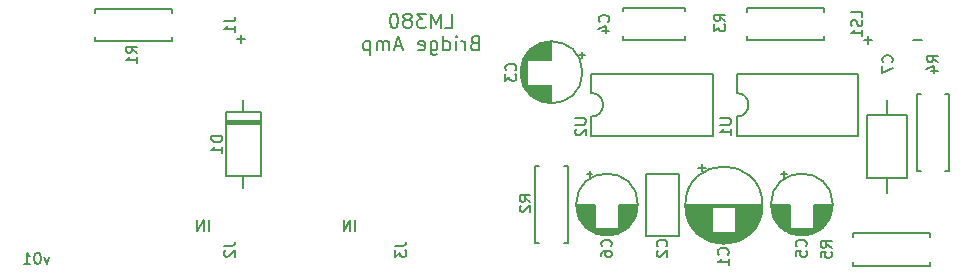
<source format=gbr>
%TF.GenerationSoftware,KiCad,Pcbnew,(5.1.9)-1*%
%TF.CreationDate,2021-04-25T13:20:26-07:00*%
%TF.ProjectId,LM380_BridgeAmp,4c4d3338-305f-4427-9269-646765416d70,v01*%
%TF.SameCoordinates,Original*%
%TF.FileFunction,Legend,Bot*%
%TF.FilePolarity,Positive*%
%FSLAX46Y46*%
G04 Gerber Fmt 4.6, Leading zero omitted, Abs format (unit mm)*
G04 Created by KiCad (PCBNEW (5.1.9)-1) date 2021-04-25 13:20:26*
%MOMM*%
%LPD*%
G01*
G04 APERTURE LIST*
%ADD10C,0.153000*%
%ADD11C,0.200000*%
G04 APERTURE END LIST*
D10*
X103092857Y-81603285D02*
X102874285Y-82215285D01*
X102655714Y-81603285D01*
X102131142Y-81297285D02*
X102043714Y-81297285D01*
X101956285Y-81341000D01*
X101912571Y-81384714D01*
X101868857Y-81472142D01*
X101825142Y-81647000D01*
X101825142Y-81865571D01*
X101868857Y-82040428D01*
X101912571Y-82127857D01*
X101956285Y-82171571D01*
X102043714Y-82215285D01*
X102131142Y-82215285D01*
X102218571Y-82171571D01*
X102262285Y-82127857D01*
X102306000Y-82040428D01*
X102349714Y-81865571D01*
X102349714Y-81647000D01*
X102306000Y-81472142D01*
X102262285Y-81384714D01*
X102218571Y-81341000D01*
X102131142Y-81297285D01*
X100950857Y-82215285D02*
X101475428Y-82215285D01*
X101213142Y-82215285D02*
X101213142Y-81297285D01*
X101300571Y-81428428D01*
X101388000Y-81515857D01*
X101475428Y-81559571D01*
D11*
X139085714Y-63514285D02*
X138914285Y-63571428D01*
X138857142Y-63628571D01*
X138800000Y-63742857D01*
X138800000Y-63914285D01*
X138857142Y-64028571D01*
X138914285Y-64085714D01*
X139028571Y-64142857D01*
X139485714Y-64142857D01*
X139485714Y-62942857D01*
X139085714Y-62942857D01*
X138971428Y-63000000D01*
X138914285Y-63057142D01*
X138857142Y-63171428D01*
X138857142Y-63285714D01*
X138914285Y-63400000D01*
X138971428Y-63457142D01*
X139085714Y-63514285D01*
X139485714Y-63514285D01*
X138285714Y-64142857D02*
X138285714Y-63342857D01*
X138285714Y-63571428D02*
X138228571Y-63457142D01*
X138171428Y-63400000D01*
X138057142Y-63342857D01*
X137942857Y-63342857D01*
X137542857Y-64142857D02*
X137542857Y-63342857D01*
X137542857Y-62942857D02*
X137600000Y-63000000D01*
X137542857Y-63057142D01*
X137485714Y-63000000D01*
X137542857Y-62942857D01*
X137542857Y-63057142D01*
X136457142Y-64142857D02*
X136457142Y-62942857D01*
X136457142Y-64085714D02*
X136571428Y-64142857D01*
X136800000Y-64142857D01*
X136914285Y-64085714D01*
X136971428Y-64028571D01*
X137028571Y-63914285D01*
X137028571Y-63571428D01*
X136971428Y-63457142D01*
X136914285Y-63400000D01*
X136800000Y-63342857D01*
X136571428Y-63342857D01*
X136457142Y-63400000D01*
X135371428Y-63342857D02*
X135371428Y-64314285D01*
X135428571Y-64428571D01*
X135485714Y-64485714D01*
X135600000Y-64542857D01*
X135771428Y-64542857D01*
X135885714Y-64485714D01*
X135371428Y-64085714D02*
X135485714Y-64142857D01*
X135714285Y-64142857D01*
X135828571Y-64085714D01*
X135885714Y-64028571D01*
X135942857Y-63914285D01*
X135942857Y-63571428D01*
X135885714Y-63457142D01*
X135828571Y-63400000D01*
X135714285Y-63342857D01*
X135485714Y-63342857D01*
X135371428Y-63400000D01*
X134342857Y-64085714D02*
X134457142Y-64142857D01*
X134685714Y-64142857D01*
X134800000Y-64085714D01*
X134857142Y-63971428D01*
X134857142Y-63514285D01*
X134800000Y-63400000D01*
X134685714Y-63342857D01*
X134457142Y-63342857D01*
X134342857Y-63400000D01*
X134285714Y-63514285D01*
X134285714Y-63628571D01*
X134857142Y-63742857D01*
X132914285Y-63800000D02*
X132342857Y-63800000D01*
X133028571Y-64142857D02*
X132628571Y-62942857D01*
X132228571Y-64142857D01*
X131828571Y-64142857D02*
X131828571Y-63342857D01*
X131828571Y-63457142D02*
X131771428Y-63400000D01*
X131657142Y-63342857D01*
X131485714Y-63342857D01*
X131371428Y-63400000D01*
X131314285Y-63514285D01*
X131314285Y-64142857D01*
X131314285Y-63514285D02*
X131257142Y-63400000D01*
X131142857Y-63342857D01*
X130971428Y-63342857D01*
X130857142Y-63400000D01*
X130800000Y-63514285D01*
X130800000Y-64142857D01*
X130228571Y-63342857D02*
X130228571Y-64542857D01*
X130228571Y-63400000D02*
X130114285Y-63342857D01*
X129885714Y-63342857D01*
X129771428Y-63400000D01*
X129714285Y-63457142D01*
X129657142Y-63571428D01*
X129657142Y-63914285D01*
X129714285Y-64028571D01*
X129771428Y-64085714D01*
X129885714Y-64142857D01*
X130114285Y-64142857D01*
X130228571Y-64085714D01*
D10*
X176949714Y-63265571D02*
X176250285Y-63265571D01*
X172749714Y-63265571D02*
X172050285Y-63265571D01*
X172400000Y-63615285D02*
X172400000Y-62915857D01*
X119649714Y-63165571D02*
X118950285Y-63165571D01*
X119300000Y-63515285D02*
X119300000Y-62815857D01*
X116580857Y-79415285D02*
X116580857Y-78497285D01*
X116143714Y-79415285D02*
X116143714Y-78497285D01*
X115619142Y-79415285D01*
X115619142Y-78497285D01*
X128980857Y-79415285D02*
X128980857Y-78497285D01*
X128543714Y-79415285D02*
X128543714Y-78497285D01*
X128019142Y-79415285D01*
X128019142Y-78497285D01*
D11*
X136612857Y-62242857D02*
X137184285Y-62242857D01*
X137184285Y-61042857D01*
X136212857Y-62242857D02*
X136212857Y-61042857D01*
X135812857Y-61900000D01*
X135412857Y-61042857D01*
X135412857Y-62242857D01*
X134955714Y-61042857D02*
X134212857Y-61042857D01*
X134612857Y-61500000D01*
X134441428Y-61500000D01*
X134327142Y-61557142D01*
X134270000Y-61614285D01*
X134212857Y-61728571D01*
X134212857Y-62014285D01*
X134270000Y-62128571D01*
X134327142Y-62185714D01*
X134441428Y-62242857D01*
X134784285Y-62242857D01*
X134898571Y-62185714D01*
X134955714Y-62128571D01*
X133527142Y-61557142D02*
X133641428Y-61500000D01*
X133698571Y-61442857D01*
X133755714Y-61328571D01*
X133755714Y-61271428D01*
X133698571Y-61157142D01*
X133641428Y-61100000D01*
X133527142Y-61042857D01*
X133298571Y-61042857D01*
X133184285Y-61100000D01*
X133127142Y-61157142D01*
X133070000Y-61271428D01*
X133070000Y-61328571D01*
X133127142Y-61442857D01*
X133184285Y-61500000D01*
X133298571Y-61557142D01*
X133527142Y-61557142D01*
X133641428Y-61614285D01*
X133698571Y-61671428D01*
X133755714Y-61785714D01*
X133755714Y-62014285D01*
X133698571Y-62128571D01*
X133641428Y-62185714D01*
X133527142Y-62242857D01*
X133298571Y-62242857D01*
X133184285Y-62185714D01*
X133127142Y-62128571D01*
X133070000Y-62014285D01*
X133070000Y-61785714D01*
X133127142Y-61671428D01*
X133184285Y-61614285D01*
X133298571Y-61557142D01*
X132327142Y-61042857D02*
X132212857Y-61042857D01*
X132098571Y-61100000D01*
X132041428Y-61157142D01*
X131984285Y-61271428D01*
X131927142Y-61500000D01*
X131927142Y-61785714D01*
X131984285Y-62014285D01*
X132041428Y-62128571D01*
X132098571Y-62185714D01*
X132212857Y-62242857D01*
X132327142Y-62242857D01*
X132441428Y-62185714D01*
X132498571Y-62128571D01*
X132555714Y-62014285D01*
X132612857Y-61785714D01*
X132612857Y-61500000D01*
X132555714Y-61271428D01*
X132498571Y-61157142D01*
X132441428Y-61100000D01*
X132327142Y-61042857D01*
D10*
%TO.C,D1*%
X118030000Y-69360000D02*
X120970000Y-69360000D01*
X120970000Y-69360000D02*
X120970000Y-74800000D01*
X120970000Y-74800000D02*
X118030000Y-74800000D01*
X118030000Y-74800000D02*
X118030000Y-69360000D01*
X119500000Y-68340000D02*
X119500000Y-69360000D01*
X119500000Y-75820000D02*
X119500000Y-74800000D01*
X118030000Y-70260000D02*
X120970000Y-70260000D01*
X118030000Y-70380000D02*
X120970000Y-70380000D01*
X118030000Y-70140000D02*
X120970000Y-70140000D01*
%TO.C,C1*%
X158046000Y-74064759D02*
X158676000Y-74064759D01*
X158361000Y-73749759D02*
X158361000Y-74379759D01*
X159798000Y-80491000D02*
X160602000Y-80491000D01*
X159567000Y-80451000D02*
X160833000Y-80451000D01*
X159398000Y-80411000D02*
X161002000Y-80411000D01*
X159260000Y-80371000D02*
X161140000Y-80371000D01*
X159141000Y-80331000D02*
X161259000Y-80331000D01*
X159035000Y-80291000D02*
X161365000Y-80291000D01*
X158938000Y-80251000D02*
X161462000Y-80251000D01*
X158850000Y-80211000D02*
X161550000Y-80211000D01*
X158768000Y-80171000D02*
X161632000Y-80171000D01*
X158691000Y-80131000D02*
X161709000Y-80131000D01*
X158619000Y-80091000D02*
X161781000Y-80091000D01*
X158550000Y-80051000D02*
X161850000Y-80051000D01*
X158486000Y-80011000D02*
X161914000Y-80011000D01*
X158424000Y-79971000D02*
X161976000Y-79971000D01*
X158366000Y-79931000D02*
X162034000Y-79931000D01*
X158310000Y-79891000D02*
X162090000Y-79891000D01*
X158256000Y-79851000D02*
X162144000Y-79851000D01*
X158205000Y-79811000D02*
X162195000Y-79811000D01*
X158156000Y-79771000D02*
X162244000Y-79771000D01*
X158108000Y-79731000D02*
X162292000Y-79731000D01*
X158063000Y-79691000D02*
X162337000Y-79691000D01*
X158018000Y-79651000D02*
X162382000Y-79651000D01*
X157976000Y-79611000D02*
X162424000Y-79611000D01*
X157935000Y-79571000D02*
X162465000Y-79571000D01*
X161240000Y-79531000D02*
X162505000Y-79531000D01*
X157895000Y-79531000D02*
X159160000Y-79531000D01*
X161240000Y-79491000D02*
X162543000Y-79491000D01*
X157857000Y-79491000D02*
X159160000Y-79491000D01*
X161240000Y-79451000D02*
X162580000Y-79451000D01*
X157820000Y-79451000D02*
X159160000Y-79451000D01*
X161240000Y-79411000D02*
X162616000Y-79411000D01*
X157784000Y-79411000D02*
X159160000Y-79411000D01*
X161240000Y-79371000D02*
X162650000Y-79371000D01*
X157750000Y-79371000D02*
X159160000Y-79371000D01*
X161240000Y-79331000D02*
X162684000Y-79331000D01*
X157716000Y-79331000D02*
X159160000Y-79331000D01*
X161240000Y-79291000D02*
X162716000Y-79291000D01*
X157684000Y-79291000D02*
X159160000Y-79291000D01*
X161240000Y-79251000D02*
X162748000Y-79251000D01*
X157652000Y-79251000D02*
X159160000Y-79251000D01*
X161240000Y-79211000D02*
X162778000Y-79211000D01*
X157622000Y-79211000D02*
X159160000Y-79211000D01*
X161240000Y-79171000D02*
X162807000Y-79171000D01*
X157593000Y-79171000D02*
X159160000Y-79171000D01*
X161240000Y-79131000D02*
X162836000Y-79131000D01*
X157564000Y-79131000D02*
X159160000Y-79131000D01*
X161240000Y-79091000D02*
X162864000Y-79091000D01*
X157536000Y-79091000D02*
X159160000Y-79091000D01*
X161240000Y-79051000D02*
X162890000Y-79051000D01*
X157510000Y-79051000D02*
X159160000Y-79051000D01*
X161240000Y-79011000D02*
X162916000Y-79011000D01*
X157484000Y-79011000D02*
X159160000Y-79011000D01*
X161240000Y-78971000D02*
X162942000Y-78971000D01*
X157458000Y-78971000D02*
X159160000Y-78971000D01*
X161240000Y-78931000D02*
X162966000Y-78931000D01*
X157434000Y-78931000D02*
X159160000Y-78931000D01*
X161240000Y-78891000D02*
X162990000Y-78891000D01*
X157410000Y-78891000D02*
X159160000Y-78891000D01*
X161240000Y-78851000D02*
X163012000Y-78851000D01*
X157388000Y-78851000D02*
X159160000Y-78851000D01*
X161240000Y-78811000D02*
X163034000Y-78811000D01*
X157366000Y-78811000D02*
X159160000Y-78811000D01*
X161240000Y-78771000D02*
X163056000Y-78771000D01*
X157344000Y-78771000D02*
X159160000Y-78771000D01*
X161240000Y-78731000D02*
X163076000Y-78731000D01*
X157324000Y-78731000D02*
X159160000Y-78731000D01*
X161240000Y-78691000D02*
X163096000Y-78691000D01*
X157304000Y-78691000D02*
X159160000Y-78691000D01*
X161240000Y-78651000D02*
X163116000Y-78651000D01*
X157284000Y-78651000D02*
X159160000Y-78651000D01*
X161240000Y-78611000D02*
X163134000Y-78611000D01*
X157266000Y-78611000D02*
X159160000Y-78611000D01*
X161240000Y-78571000D02*
X163152000Y-78571000D01*
X157248000Y-78571000D02*
X159160000Y-78571000D01*
X161240000Y-78531000D02*
X163170000Y-78531000D01*
X157230000Y-78531000D02*
X159160000Y-78531000D01*
X161240000Y-78491000D02*
X163186000Y-78491000D01*
X157214000Y-78491000D02*
X159160000Y-78491000D01*
X161240000Y-78451000D02*
X163202000Y-78451000D01*
X157198000Y-78451000D02*
X159160000Y-78451000D01*
X161240000Y-78411000D02*
X163218000Y-78411000D01*
X157182000Y-78411000D02*
X159160000Y-78411000D01*
X161240000Y-78371000D02*
X163233000Y-78371000D01*
X157167000Y-78371000D02*
X159160000Y-78371000D01*
X161240000Y-78331000D02*
X163247000Y-78331000D01*
X157153000Y-78331000D02*
X159160000Y-78331000D01*
X161240000Y-78291000D02*
X163261000Y-78291000D01*
X157139000Y-78291000D02*
X159160000Y-78291000D01*
X161240000Y-78251000D02*
X163274000Y-78251000D01*
X157126000Y-78251000D02*
X159160000Y-78251000D01*
X161240000Y-78211000D02*
X163286000Y-78211000D01*
X157114000Y-78211000D02*
X159160000Y-78211000D01*
X161240000Y-78171000D02*
X163298000Y-78171000D01*
X157102000Y-78171000D02*
X159160000Y-78171000D01*
X161240000Y-78131000D02*
X163310000Y-78131000D01*
X157090000Y-78131000D02*
X159160000Y-78131000D01*
X161240000Y-78091000D02*
X163321000Y-78091000D01*
X157079000Y-78091000D02*
X159160000Y-78091000D01*
X161240000Y-78051000D02*
X163331000Y-78051000D01*
X157069000Y-78051000D02*
X159160000Y-78051000D01*
X161240000Y-78011000D02*
X163341000Y-78011000D01*
X157059000Y-78011000D02*
X159160000Y-78011000D01*
X161240000Y-77971000D02*
X163350000Y-77971000D01*
X157050000Y-77971000D02*
X159160000Y-77971000D01*
X161240000Y-77930000D02*
X163359000Y-77930000D01*
X157041000Y-77930000D02*
X159160000Y-77930000D01*
X161240000Y-77890000D02*
X163367000Y-77890000D01*
X157033000Y-77890000D02*
X159160000Y-77890000D01*
X161240000Y-77850000D02*
X163375000Y-77850000D01*
X157025000Y-77850000D02*
X159160000Y-77850000D01*
X161240000Y-77810000D02*
X163382000Y-77810000D01*
X157018000Y-77810000D02*
X159160000Y-77810000D01*
X161240000Y-77770000D02*
X163389000Y-77770000D01*
X157011000Y-77770000D02*
X159160000Y-77770000D01*
X161240000Y-77730000D02*
X163395000Y-77730000D01*
X157005000Y-77730000D02*
X159160000Y-77730000D01*
X161240000Y-77690000D02*
X163401000Y-77690000D01*
X156999000Y-77690000D02*
X159160000Y-77690000D01*
X161240000Y-77650000D02*
X163406000Y-77650000D01*
X156994000Y-77650000D02*
X159160000Y-77650000D01*
X161240000Y-77610000D02*
X163411000Y-77610000D01*
X156989000Y-77610000D02*
X159160000Y-77610000D01*
X161240000Y-77570000D02*
X163415000Y-77570000D01*
X156985000Y-77570000D02*
X159160000Y-77570000D01*
X161240000Y-77530000D02*
X163418000Y-77530000D01*
X156982000Y-77530000D02*
X159160000Y-77530000D01*
X161240000Y-77490000D02*
X163422000Y-77490000D01*
X156978000Y-77490000D02*
X159160000Y-77490000D01*
X156976000Y-77450000D02*
X163424000Y-77450000D01*
X156973000Y-77410000D02*
X163427000Y-77410000D01*
X156972000Y-77370000D02*
X163428000Y-77370000D01*
X156970000Y-77330000D02*
X163430000Y-77330000D01*
X156970000Y-77290000D02*
X163430000Y-77290000D01*
X156970000Y-77250000D02*
X163430000Y-77250000D01*
X163470000Y-77250000D02*
G75*
G03*
X163470000Y-77250000I-3270000J0D01*
G01*
%TO.C,C2*%
X153630000Y-79870000D02*
X156370000Y-79870000D01*
X153630000Y-74630000D02*
X156370000Y-74630000D01*
X156370000Y-74630000D02*
X156370000Y-79870000D01*
X153630000Y-74630000D02*
X153630000Y-79870000D01*
%TO.C,C3*%
X148220000Y-66000000D02*
G75*
G03*
X148220000Y-66000000I-2620000J0D01*
G01*
X145600000Y-67040000D02*
X145600000Y-68580000D01*
X145600000Y-63420000D02*
X145600000Y-64960000D01*
X145560000Y-67040000D02*
X145560000Y-68580000D01*
X145560000Y-63420000D02*
X145560000Y-64960000D01*
X145520000Y-63421000D02*
X145520000Y-64960000D01*
X145520000Y-67040000D02*
X145520000Y-68579000D01*
X145480000Y-63422000D02*
X145480000Y-64960000D01*
X145480000Y-67040000D02*
X145480000Y-68578000D01*
X145440000Y-63424000D02*
X145440000Y-64960000D01*
X145440000Y-67040000D02*
X145440000Y-68576000D01*
X145400000Y-63427000D02*
X145400000Y-64960000D01*
X145400000Y-67040000D02*
X145400000Y-68573000D01*
X145360000Y-63431000D02*
X145360000Y-64960000D01*
X145360000Y-67040000D02*
X145360000Y-68569000D01*
X145320000Y-63435000D02*
X145320000Y-64960000D01*
X145320000Y-67040000D02*
X145320000Y-68565000D01*
X145280000Y-63439000D02*
X145280000Y-64960000D01*
X145280000Y-67040000D02*
X145280000Y-68561000D01*
X145240000Y-63444000D02*
X145240000Y-64960000D01*
X145240000Y-67040000D02*
X145240000Y-68556000D01*
X145200000Y-63450000D02*
X145200000Y-64960000D01*
X145200000Y-67040000D02*
X145200000Y-68550000D01*
X145160000Y-63457000D02*
X145160000Y-64960000D01*
X145160000Y-67040000D02*
X145160000Y-68543000D01*
X145120000Y-63464000D02*
X145120000Y-64960000D01*
X145120000Y-67040000D02*
X145120000Y-68536000D01*
X145080000Y-63472000D02*
X145080000Y-64960000D01*
X145080000Y-67040000D02*
X145080000Y-68528000D01*
X145040000Y-63480000D02*
X145040000Y-64960000D01*
X145040000Y-67040000D02*
X145040000Y-68520000D01*
X145000000Y-63489000D02*
X145000000Y-64960000D01*
X145000000Y-67040000D02*
X145000000Y-68511000D01*
X144960000Y-63499000D02*
X144960000Y-64960000D01*
X144960000Y-67040000D02*
X144960000Y-68501000D01*
X144920000Y-63509000D02*
X144920000Y-64960000D01*
X144920000Y-67040000D02*
X144920000Y-68491000D01*
X144879000Y-63520000D02*
X144879000Y-64960000D01*
X144879000Y-67040000D02*
X144879000Y-68480000D01*
X144839000Y-63532000D02*
X144839000Y-64960000D01*
X144839000Y-67040000D02*
X144839000Y-68468000D01*
X144799000Y-63545000D02*
X144799000Y-64960000D01*
X144799000Y-67040000D02*
X144799000Y-68455000D01*
X144759000Y-63558000D02*
X144759000Y-64960000D01*
X144759000Y-67040000D02*
X144759000Y-68442000D01*
X144719000Y-63572000D02*
X144719000Y-64960000D01*
X144719000Y-67040000D02*
X144719000Y-68428000D01*
X144679000Y-63586000D02*
X144679000Y-64960000D01*
X144679000Y-67040000D02*
X144679000Y-68414000D01*
X144639000Y-63602000D02*
X144639000Y-64960000D01*
X144639000Y-67040000D02*
X144639000Y-68398000D01*
X144599000Y-63618000D02*
X144599000Y-64960000D01*
X144599000Y-67040000D02*
X144599000Y-68382000D01*
X144559000Y-63635000D02*
X144559000Y-64960000D01*
X144559000Y-67040000D02*
X144559000Y-68365000D01*
X144519000Y-63652000D02*
X144519000Y-64960000D01*
X144519000Y-67040000D02*
X144519000Y-68348000D01*
X144479000Y-63671000D02*
X144479000Y-64960000D01*
X144479000Y-67040000D02*
X144479000Y-68329000D01*
X144439000Y-63690000D02*
X144439000Y-64960000D01*
X144439000Y-67040000D02*
X144439000Y-68310000D01*
X144399000Y-63710000D02*
X144399000Y-64960000D01*
X144399000Y-67040000D02*
X144399000Y-68290000D01*
X144359000Y-63732000D02*
X144359000Y-64960000D01*
X144359000Y-67040000D02*
X144359000Y-68268000D01*
X144319000Y-63753000D02*
X144319000Y-64960000D01*
X144319000Y-67040000D02*
X144319000Y-68247000D01*
X144279000Y-63776000D02*
X144279000Y-64960000D01*
X144279000Y-67040000D02*
X144279000Y-68224000D01*
X144239000Y-63800000D02*
X144239000Y-64960000D01*
X144239000Y-67040000D02*
X144239000Y-68200000D01*
X144199000Y-63825000D02*
X144199000Y-64960000D01*
X144199000Y-67040000D02*
X144199000Y-68175000D01*
X144159000Y-63851000D02*
X144159000Y-64960000D01*
X144159000Y-67040000D02*
X144159000Y-68149000D01*
X144119000Y-63878000D02*
X144119000Y-64960000D01*
X144119000Y-67040000D02*
X144119000Y-68122000D01*
X144079000Y-63905000D02*
X144079000Y-64960000D01*
X144079000Y-67040000D02*
X144079000Y-68095000D01*
X144039000Y-63935000D02*
X144039000Y-64960000D01*
X144039000Y-67040000D02*
X144039000Y-68065000D01*
X143999000Y-63965000D02*
X143999000Y-64960000D01*
X143999000Y-67040000D02*
X143999000Y-68035000D01*
X143959000Y-63996000D02*
X143959000Y-64960000D01*
X143959000Y-67040000D02*
X143959000Y-68004000D01*
X143919000Y-64029000D02*
X143919000Y-64960000D01*
X143919000Y-67040000D02*
X143919000Y-67971000D01*
X143879000Y-64063000D02*
X143879000Y-64960000D01*
X143879000Y-67040000D02*
X143879000Y-67937000D01*
X143839000Y-64099000D02*
X143839000Y-64960000D01*
X143839000Y-67040000D02*
X143839000Y-67901000D01*
X143799000Y-64136000D02*
X143799000Y-64960000D01*
X143799000Y-67040000D02*
X143799000Y-67864000D01*
X143759000Y-64174000D02*
X143759000Y-64960000D01*
X143759000Y-67040000D02*
X143759000Y-67826000D01*
X143719000Y-64215000D02*
X143719000Y-64960000D01*
X143719000Y-67040000D02*
X143719000Y-67785000D01*
X143679000Y-64257000D02*
X143679000Y-64960000D01*
X143679000Y-67040000D02*
X143679000Y-67743000D01*
X143639000Y-64301000D02*
X143639000Y-64960000D01*
X143639000Y-67040000D02*
X143639000Y-67699000D01*
X143599000Y-64347000D02*
X143599000Y-64960000D01*
X143599000Y-67040000D02*
X143599000Y-67653000D01*
X143559000Y-64395000D02*
X143559000Y-67605000D01*
X143519000Y-64446000D02*
X143519000Y-67554000D01*
X143479000Y-64500000D02*
X143479000Y-67500000D01*
X143439000Y-64557000D02*
X143439000Y-67443000D01*
X143399000Y-64617000D02*
X143399000Y-67383000D01*
X143359000Y-64681000D02*
X143359000Y-67319000D01*
X143319000Y-64749000D02*
X143319000Y-67251000D01*
X143279000Y-64822000D02*
X143279000Y-67178000D01*
X143239000Y-64902000D02*
X143239000Y-67098000D01*
X143199000Y-64989000D02*
X143199000Y-67011000D01*
X143159000Y-65085000D02*
X143159000Y-66915000D01*
X143119000Y-65195000D02*
X143119000Y-66805000D01*
X143079000Y-65323000D02*
X143079000Y-66677000D01*
X143039000Y-65482000D02*
X143039000Y-66518000D01*
X142999000Y-65716000D02*
X142999000Y-66284000D01*
X148404775Y-64525000D02*
X147904775Y-64525000D01*
X148154775Y-64275000D02*
X148154775Y-64775000D01*
%TO.C,C4*%
X156920000Y-60845000D02*
X156920000Y-60530000D01*
X156920000Y-63270000D02*
X156920000Y-62955000D01*
X151680000Y-60845000D02*
X151680000Y-60530000D01*
X151680000Y-63270000D02*
X151680000Y-62955000D01*
X151680000Y-60530000D02*
X156920000Y-60530000D01*
X151680000Y-63270000D02*
X156920000Y-63270000D01*
%TO.C,C5*%
X165075000Y-74645225D02*
X165575000Y-74645225D01*
X165325000Y-74395225D02*
X165325000Y-74895225D01*
X166516000Y-79801000D02*
X167084000Y-79801000D01*
X166282000Y-79761000D02*
X167318000Y-79761000D01*
X166123000Y-79721000D02*
X167477000Y-79721000D01*
X165995000Y-79681000D02*
X167605000Y-79681000D01*
X165885000Y-79641000D02*
X167715000Y-79641000D01*
X165789000Y-79601000D02*
X167811000Y-79601000D01*
X165702000Y-79561000D02*
X167898000Y-79561000D01*
X165622000Y-79521000D02*
X167978000Y-79521000D01*
X165549000Y-79481000D02*
X168051000Y-79481000D01*
X165481000Y-79441000D02*
X168119000Y-79441000D01*
X165417000Y-79401000D02*
X168183000Y-79401000D01*
X165357000Y-79361000D02*
X168243000Y-79361000D01*
X165300000Y-79321000D02*
X168300000Y-79321000D01*
X165246000Y-79281000D02*
X168354000Y-79281000D01*
X165195000Y-79241000D02*
X168405000Y-79241000D01*
X167840000Y-79201000D02*
X168453000Y-79201000D01*
X165147000Y-79201000D02*
X165760000Y-79201000D01*
X167840000Y-79161000D02*
X168499000Y-79161000D01*
X165101000Y-79161000D02*
X165760000Y-79161000D01*
X167840000Y-79121000D02*
X168543000Y-79121000D01*
X165057000Y-79121000D02*
X165760000Y-79121000D01*
X167840000Y-79081000D02*
X168585000Y-79081000D01*
X165015000Y-79081000D02*
X165760000Y-79081000D01*
X167840000Y-79041000D02*
X168626000Y-79041000D01*
X164974000Y-79041000D02*
X165760000Y-79041000D01*
X167840000Y-79001000D02*
X168664000Y-79001000D01*
X164936000Y-79001000D02*
X165760000Y-79001000D01*
X167840000Y-78961000D02*
X168701000Y-78961000D01*
X164899000Y-78961000D02*
X165760000Y-78961000D01*
X167840000Y-78921000D02*
X168737000Y-78921000D01*
X164863000Y-78921000D02*
X165760000Y-78921000D01*
X167840000Y-78881000D02*
X168771000Y-78881000D01*
X164829000Y-78881000D02*
X165760000Y-78881000D01*
X167840000Y-78841000D02*
X168804000Y-78841000D01*
X164796000Y-78841000D02*
X165760000Y-78841000D01*
X167840000Y-78801000D02*
X168835000Y-78801000D01*
X164765000Y-78801000D02*
X165760000Y-78801000D01*
X167840000Y-78761000D02*
X168865000Y-78761000D01*
X164735000Y-78761000D02*
X165760000Y-78761000D01*
X167840000Y-78721000D02*
X168895000Y-78721000D01*
X164705000Y-78721000D02*
X165760000Y-78721000D01*
X167840000Y-78681000D02*
X168922000Y-78681000D01*
X164678000Y-78681000D02*
X165760000Y-78681000D01*
X167840000Y-78641000D02*
X168949000Y-78641000D01*
X164651000Y-78641000D02*
X165760000Y-78641000D01*
X167840000Y-78601000D02*
X168975000Y-78601000D01*
X164625000Y-78601000D02*
X165760000Y-78601000D01*
X167840000Y-78561000D02*
X169000000Y-78561000D01*
X164600000Y-78561000D02*
X165760000Y-78561000D01*
X167840000Y-78521000D02*
X169024000Y-78521000D01*
X164576000Y-78521000D02*
X165760000Y-78521000D01*
X167840000Y-78481000D02*
X169047000Y-78481000D01*
X164553000Y-78481000D02*
X165760000Y-78481000D01*
X167840000Y-78441000D02*
X169068000Y-78441000D01*
X164532000Y-78441000D02*
X165760000Y-78441000D01*
X167840000Y-78401000D02*
X169090000Y-78401000D01*
X164510000Y-78401000D02*
X165760000Y-78401000D01*
X167840000Y-78361000D02*
X169110000Y-78361000D01*
X164490000Y-78361000D02*
X165760000Y-78361000D01*
X167840000Y-78321000D02*
X169129000Y-78321000D01*
X164471000Y-78321000D02*
X165760000Y-78321000D01*
X167840000Y-78281000D02*
X169148000Y-78281000D01*
X164452000Y-78281000D02*
X165760000Y-78281000D01*
X167840000Y-78241000D02*
X169165000Y-78241000D01*
X164435000Y-78241000D02*
X165760000Y-78241000D01*
X167840000Y-78201000D02*
X169182000Y-78201000D01*
X164418000Y-78201000D02*
X165760000Y-78201000D01*
X167840000Y-78161000D02*
X169198000Y-78161000D01*
X164402000Y-78161000D02*
X165760000Y-78161000D01*
X167840000Y-78121000D02*
X169214000Y-78121000D01*
X164386000Y-78121000D02*
X165760000Y-78121000D01*
X167840000Y-78081000D02*
X169228000Y-78081000D01*
X164372000Y-78081000D02*
X165760000Y-78081000D01*
X167840000Y-78041000D02*
X169242000Y-78041000D01*
X164358000Y-78041000D02*
X165760000Y-78041000D01*
X167840000Y-78001000D02*
X169255000Y-78001000D01*
X164345000Y-78001000D02*
X165760000Y-78001000D01*
X167840000Y-77961000D02*
X169268000Y-77961000D01*
X164332000Y-77961000D02*
X165760000Y-77961000D01*
X167840000Y-77921000D02*
X169280000Y-77921000D01*
X164320000Y-77921000D02*
X165760000Y-77921000D01*
X167840000Y-77880000D02*
X169291000Y-77880000D01*
X164309000Y-77880000D02*
X165760000Y-77880000D01*
X167840000Y-77840000D02*
X169301000Y-77840000D01*
X164299000Y-77840000D02*
X165760000Y-77840000D01*
X167840000Y-77800000D02*
X169311000Y-77800000D01*
X164289000Y-77800000D02*
X165760000Y-77800000D01*
X167840000Y-77760000D02*
X169320000Y-77760000D01*
X164280000Y-77760000D02*
X165760000Y-77760000D01*
X167840000Y-77720000D02*
X169328000Y-77720000D01*
X164272000Y-77720000D02*
X165760000Y-77720000D01*
X167840000Y-77680000D02*
X169336000Y-77680000D01*
X164264000Y-77680000D02*
X165760000Y-77680000D01*
X167840000Y-77640000D02*
X169343000Y-77640000D01*
X164257000Y-77640000D02*
X165760000Y-77640000D01*
X167840000Y-77600000D02*
X169350000Y-77600000D01*
X164250000Y-77600000D02*
X165760000Y-77600000D01*
X167840000Y-77560000D02*
X169356000Y-77560000D01*
X164244000Y-77560000D02*
X165760000Y-77560000D01*
X167840000Y-77520000D02*
X169361000Y-77520000D01*
X164239000Y-77520000D02*
X165760000Y-77520000D01*
X167840000Y-77480000D02*
X169365000Y-77480000D01*
X164235000Y-77480000D02*
X165760000Y-77480000D01*
X167840000Y-77440000D02*
X169369000Y-77440000D01*
X164231000Y-77440000D02*
X165760000Y-77440000D01*
X167840000Y-77400000D02*
X169373000Y-77400000D01*
X164227000Y-77400000D02*
X165760000Y-77400000D01*
X167840000Y-77360000D02*
X169376000Y-77360000D01*
X164224000Y-77360000D02*
X165760000Y-77360000D01*
X167840000Y-77320000D02*
X169378000Y-77320000D01*
X164222000Y-77320000D02*
X165760000Y-77320000D01*
X167840000Y-77280000D02*
X169379000Y-77280000D01*
X164221000Y-77280000D02*
X165760000Y-77280000D01*
X164220000Y-77240000D02*
X165760000Y-77240000D01*
X167840000Y-77240000D02*
X169380000Y-77240000D01*
X164220000Y-77200000D02*
X165760000Y-77200000D01*
X167840000Y-77200000D02*
X169380000Y-77200000D01*
X169420000Y-77200000D02*
G75*
G03*
X169420000Y-77200000I-2620000J0D01*
G01*
%TO.C,C6*%
X148575000Y-74645225D02*
X149075000Y-74645225D01*
X148825000Y-74395225D02*
X148825000Y-74895225D01*
X150016000Y-79801000D02*
X150584000Y-79801000D01*
X149782000Y-79761000D02*
X150818000Y-79761000D01*
X149623000Y-79721000D02*
X150977000Y-79721000D01*
X149495000Y-79681000D02*
X151105000Y-79681000D01*
X149385000Y-79641000D02*
X151215000Y-79641000D01*
X149289000Y-79601000D02*
X151311000Y-79601000D01*
X149202000Y-79561000D02*
X151398000Y-79561000D01*
X149122000Y-79521000D02*
X151478000Y-79521000D01*
X149049000Y-79481000D02*
X151551000Y-79481000D01*
X148981000Y-79441000D02*
X151619000Y-79441000D01*
X148917000Y-79401000D02*
X151683000Y-79401000D01*
X148857000Y-79361000D02*
X151743000Y-79361000D01*
X148800000Y-79321000D02*
X151800000Y-79321000D01*
X148746000Y-79281000D02*
X151854000Y-79281000D01*
X148695000Y-79241000D02*
X151905000Y-79241000D01*
X151340000Y-79201000D02*
X151953000Y-79201000D01*
X148647000Y-79201000D02*
X149260000Y-79201000D01*
X151340000Y-79161000D02*
X151999000Y-79161000D01*
X148601000Y-79161000D02*
X149260000Y-79161000D01*
X151340000Y-79121000D02*
X152043000Y-79121000D01*
X148557000Y-79121000D02*
X149260000Y-79121000D01*
X151340000Y-79081000D02*
X152085000Y-79081000D01*
X148515000Y-79081000D02*
X149260000Y-79081000D01*
X151340000Y-79041000D02*
X152126000Y-79041000D01*
X148474000Y-79041000D02*
X149260000Y-79041000D01*
X151340000Y-79001000D02*
X152164000Y-79001000D01*
X148436000Y-79001000D02*
X149260000Y-79001000D01*
X151340000Y-78961000D02*
X152201000Y-78961000D01*
X148399000Y-78961000D02*
X149260000Y-78961000D01*
X151340000Y-78921000D02*
X152237000Y-78921000D01*
X148363000Y-78921000D02*
X149260000Y-78921000D01*
X151340000Y-78881000D02*
X152271000Y-78881000D01*
X148329000Y-78881000D02*
X149260000Y-78881000D01*
X151340000Y-78841000D02*
X152304000Y-78841000D01*
X148296000Y-78841000D02*
X149260000Y-78841000D01*
X151340000Y-78801000D02*
X152335000Y-78801000D01*
X148265000Y-78801000D02*
X149260000Y-78801000D01*
X151340000Y-78761000D02*
X152365000Y-78761000D01*
X148235000Y-78761000D02*
X149260000Y-78761000D01*
X151340000Y-78721000D02*
X152395000Y-78721000D01*
X148205000Y-78721000D02*
X149260000Y-78721000D01*
X151340000Y-78681000D02*
X152422000Y-78681000D01*
X148178000Y-78681000D02*
X149260000Y-78681000D01*
X151340000Y-78641000D02*
X152449000Y-78641000D01*
X148151000Y-78641000D02*
X149260000Y-78641000D01*
X151340000Y-78601000D02*
X152475000Y-78601000D01*
X148125000Y-78601000D02*
X149260000Y-78601000D01*
X151340000Y-78561000D02*
X152500000Y-78561000D01*
X148100000Y-78561000D02*
X149260000Y-78561000D01*
X151340000Y-78521000D02*
X152524000Y-78521000D01*
X148076000Y-78521000D02*
X149260000Y-78521000D01*
X151340000Y-78481000D02*
X152547000Y-78481000D01*
X148053000Y-78481000D02*
X149260000Y-78481000D01*
X151340000Y-78441000D02*
X152568000Y-78441000D01*
X148032000Y-78441000D02*
X149260000Y-78441000D01*
X151340000Y-78401000D02*
X152590000Y-78401000D01*
X148010000Y-78401000D02*
X149260000Y-78401000D01*
X151340000Y-78361000D02*
X152610000Y-78361000D01*
X147990000Y-78361000D02*
X149260000Y-78361000D01*
X151340000Y-78321000D02*
X152629000Y-78321000D01*
X147971000Y-78321000D02*
X149260000Y-78321000D01*
X151340000Y-78281000D02*
X152648000Y-78281000D01*
X147952000Y-78281000D02*
X149260000Y-78281000D01*
X151340000Y-78241000D02*
X152665000Y-78241000D01*
X147935000Y-78241000D02*
X149260000Y-78241000D01*
X151340000Y-78201000D02*
X152682000Y-78201000D01*
X147918000Y-78201000D02*
X149260000Y-78201000D01*
X151340000Y-78161000D02*
X152698000Y-78161000D01*
X147902000Y-78161000D02*
X149260000Y-78161000D01*
X151340000Y-78121000D02*
X152714000Y-78121000D01*
X147886000Y-78121000D02*
X149260000Y-78121000D01*
X151340000Y-78081000D02*
X152728000Y-78081000D01*
X147872000Y-78081000D02*
X149260000Y-78081000D01*
X151340000Y-78041000D02*
X152742000Y-78041000D01*
X147858000Y-78041000D02*
X149260000Y-78041000D01*
X151340000Y-78001000D02*
X152755000Y-78001000D01*
X147845000Y-78001000D02*
X149260000Y-78001000D01*
X151340000Y-77961000D02*
X152768000Y-77961000D01*
X147832000Y-77961000D02*
X149260000Y-77961000D01*
X151340000Y-77921000D02*
X152780000Y-77921000D01*
X147820000Y-77921000D02*
X149260000Y-77921000D01*
X151340000Y-77880000D02*
X152791000Y-77880000D01*
X147809000Y-77880000D02*
X149260000Y-77880000D01*
X151340000Y-77840000D02*
X152801000Y-77840000D01*
X147799000Y-77840000D02*
X149260000Y-77840000D01*
X151340000Y-77800000D02*
X152811000Y-77800000D01*
X147789000Y-77800000D02*
X149260000Y-77800000D01*
X151340000Y-77760000D02*
X152820000Y-77760000D01*
X147780000Y-77760000D02*
X149260000Y-77760000D01*
X151340000Y-77720000D02*
X152828000Y-77720000D01*
X147772000Y-77720000D02*
X149260000Y-77720000D01*
X151340000Y-77680000D02*
X152836000Y-77680000D01*
X147764000Y-77680000D02*
X149260000Y-77680000D01*
X151340000Y-77640000D02*
X152843000Y-77640000D01*
X147757000Y-77640000D02*
X149260000Y-77640000D01*
X151340000Y-77600000D02*
X152850000Y-77600000D01*
X147750000Y-77600000D02*
X149260000Y-77600000D01*
X151340000Y-77560000D02*
X152856000Y-77560000D01*
X147744000Y-77560000D02*
X149260000Y-77560000D01*
X151340000Y-77520000D02*
X152861000Y-77520000D01*
X147739000Y-77520000D02*
X149260000Y-77520000D01*
X151340000Y-77480000D02*
X152865000Y-77480000D01*
X147735000Y-77480000D02*
X149260000Y-77480000D01*
X151340000Y-77440000D02*
X152869000Y-77440000D01*
X147731000Y-77440000D02*
X149260000Y-77440000D01*
X151340000Y-77400000D02*
X152873000Y-77400000D01*
X147727000Y-77400000D02*
X149260000Y-77400000D01*
X151340000Y-77360000D02*
X152876000Y-77360000D01*
X147724000Y-77360000D02*
X149260000Y-77360000D01*
X151340000Y-77320000D02*
X152878000Y-77320000D01*
X147722000Y-77320000D02*
X149260000Y-77320000D01*
X151340000Y-77280000D02*
X152879000Y-77280000D01*
X147721000Y-77280000D02*
X149260000Y-77280000D01*
X147720000Y-77240000D02*
X149260000Y-77240000D01*
X151340000Y-77240000D02*
X152880000Y-77240000D01*
X147720000Y-77200000D02*
X149260000Y-77200000D01*
X151340000Y-77200000D02*
X152880000Y-77200000D01*
X152920000Y-77200000D02*
G75*
G03*
X152920000Y-77200000I-2620000J0D01*
G01*
%TO.C,C7*%
X174000000Y-68340000D02*
X174000000Y-69630000D01*
X174000000Y-76260000D02*
X174000000Y-74970000D01*
X175670000Y-69630000D02*
X175670000Y-74970000D01*
X172330000Y-69630000D02*
X175670000Y-69630000D01*
X172330000Y-74970000D02*
X172330000Y-69630000D01*
X175670000Y-74970000D02*
X172330000Y-74970000D01*
%TO.C,R1*%
X113460000Y-60960000D02*
X113460000Y-60630000D01*
X113460000Y-60630000D02*
X106920000Y-60630000D01*
X106920000Y-60630000D02*
X106920000Y-60960000D01*
X113460000Y-63040000D02*
X113460000Y-63370000D01*
X113460000Y-63370000D02*
X106920000Y-63370000D01*
X106920000Y-63370000D02*
X106920000Y-63040000D01*
%TO.C,R2*%
X146970000Y-80480000D02*
X146640000Y-80480000D01*
X146970000Y-73940000D02*
X146970000Y-80480000D01*
X146640000Y-73940000D02*
X146970000Y-73940000D01*
X144230000Y-80480000D02*
X144560000Y-80480000D01*
X144230000Y-73940000D02*
X144230000Y-80480000D01*
X144560000Y-73940000D02*
X144230000Y-73940000D01*
%TO.C,R3*%
X162120000Y-63270000D02*
X162120000Y-62940000D01*
X168660000Y-63270000D02*
X162120000Y-63270000D01*
X168660000Y-62940000D02*
X168660000Y-63270000D01*
X162120000Y-60530000D02*
X162120000Y-60860000D01*
X168660000Y-60530000D02*
X162120000Y-60530000D01*
X168660000Y-60860000D02*
X168660000Y-60530000D01*
%TO.C,R4*%
X178940000Y-74360000D02*
X179270000Y-74360000D01*
X179270000Y-74360000D02*
X179270000Y-67820000D01*
X179270000Y-67820000D02*
X178940000Y-67820000D01*
X176860000Y-74360000D02*
X176530000Y-74360000D01*
X176530000Y-74360000D02*
X176530000Y-67820000D01*
X176530000Y-67820000D02*
X176860000Y-67820000D01*
%TO.C,R5*%
X177680000Y-79630000D02*
X177680000Y-79960000D01*
X171140000Y-79630000D02*
X177680000Y-79630000D01*
X171140000Y-79960000D02*
X171140000Y-79630000D01*
X177680000Y-82370000D02*
X177680000Y-82040000D01*
X171140000Y-82370000D02*
X177680000Y-82370000D01*
X171140000Y-82040000D02*
X171140000Y-82370000D01*
%TO.C,U1*%
X161280000Y-71410000D02*
X161280000Y-69760000D01*
X171560000Y-71410000D02*
X161280000Y-71410000D01*
X171560000Y-66110000D02*
X171560000Y-71410000D01*
X161280000Y-66110000D02*
X171560000Y-66110000D01*
X161280000Y-67760000D02*
X161280000Y-66110000D01*
X161280000Y-69760000D02*
G75*
G03*
X161280000Y-67760000I0J1000000D01*
G01*
%TO.C,U2*%
X148970000Y-67760000D02*
X148970000Y-66110000D01*
X148970000Y-66110000D02*
X159250000Y-66110000D01*
X159250000Y-66110000D02*
X159250000Y-71410000D01*
X159250000Y-71410000D02*
X148970000Y-71410000D01*
X148970000Y-71410000D02*
X148970000Y-69760000D01*
X148970000Y-69760000D02*
G75*
G03*
X148970000Y-67760000I0J1000000D01*
G01*
%TO.C,J1*%
X117897285Y-61694000D02*
X118553000Y-61694000D01*
X118684142Y-61650285D01*
X118771571Y-61562857D01*
X118815285Y-61431714D01*
X118815285Y-61344285D01*
X118815285Y-62612000D02*
X118815285Y-62087428D01*
X118815285Y-62349714D02*
X117897285Y-62349714D01*
X118028428Y-62262285D01*
X118115857Y-62174857D01*
X118159571Y-62087428D01*
%TO.C,D1*%
X117715285Y-71422428D02*
X116797285Y-71422428D01*
X116797285Y-71641000D01*
X116841000Y-71772142D01*
X116928428Y-71859571D01*
X117015857Y-71903285D01*
X117190714Y-71947000D01*
X117321857Y-71947000D01*
X117496714Y-71903285D01*
X117584142Y-71859571D01*
X117671571Y-71772142D01*
X117715285Y-71641000D01*
X117715285Y-71422428D01*
X117715285Y-72821285D02*
X117715285Y-72296714D01*
X117715285Y-72559000D02*
X116797285Y-72559000D01*
X116928428Y-72471571D01*
X117015857Y-72384142D01*
X117059571Y-72296714D01*
%TO.C,C1*%
X160527857Y-81447000D02*
X160571571Y-81403285D01*
X160615285Y-81272142D01*
X160615285Y-81184714D01*
X160571571Y-81053571D01*
X160484142Y-80966142D01*
X160396714Y-80922428D01*
X160221857Y-80878714D01*
X160090714Y-80878714D01*
X159915857Y-80922428D01*
X159828428Y-80966142D01*
X159741000Y-81053571D01*
X159697285Y-81184714D01*
X159697285Y-81272142D01*
X159741000Y-81403285D01*
X159784714Y-81447000D01*
X160615285Y-82321285D02*
X160615285Y-81796714D01*
X160615285Y-82059000D02*
X159697285Y-82059000D01*
X159828428Y-81971571D01*
X159915857Y-81884142D01*
X159959571Y-81796714D01*
%TO.C,C2*%
X155327857Y-80747000D02*
X155371571Y-80703285D01*
X155415285Y-80572142D01*
X155415285Y-80484714D01*
X155371571Y-80353571D01*
X155284142Y-80266142D01*
X155196714Y-80222428D01*
X155021857Y-80178714D01*
X154890714Y-80178714D01*
X154715857Y-80222428D01*
X154628428Y-80266142D01*
X154541000Y-80353571D01*
X154497285Y-80484714D01*
X154497285Y-80572142D01*
X154541000Y-80703285D01*
X154584714Y-80747000D01*
X154584714Y-81096714D02*
X154541000Y-81140428D01*
X154497285Y-81227857D01*
X154497285Y-81446428D01*
X154541000Y-81533857D01*
X154584714Y-81577571D01*
X154672142Y-81621285D01*
X154759571Y-81621285D01*
X154890714Y-81577571D01*
X155415285Y-81053000D01*
X155415285Y-81621285D01*
%TO.C,C3*%
X142527857Y-65847000D02*
X142571571Y-65803285D01*
X142615285Y-65672142D01*
X142615285Y-65584714D01*
X142571571Y-65453571D01*
X142484142Y-65366142D01*
X142396714Y-65322428D01*
X142221857Y-65278714D01*
X142090714Y-65278714D01*
X141915857Y-65322428D01*
X141828428Y-65366142D01*
X141741000Y-65453571D01*
X141697285Y-65584714D01*
X141697285Y-65672142D01*
X141741000Y-65803285D01*
X141784714Y-65847000D01*
X141697285Y-66153000D02*
X141697285Y-66721285D01*
X142047000Y-66415285D01*
X142047000Y-66546428D01*
X142090714Y-66633857D01*
X142134428Y-66677571D01*
X142221857Y-66721285D01*
X142440428Y-66721285D01*
X142527857Y-66677571D01*
X142571571Y-66633857D01*
X142615285Y-66546428D01*
X142615285Y-66284142D01*
X142571571Y-66196714D01*
X142527857Y-66153000D01*
%TO.C,C4*%
X150427857Y-61747000D02*
X150471571Y-61703285D01*
X150515285Y-61572142D01*
X150515285Y-61484714D01*
X150471571Y-61353571D01*
X150384142Y-61266142D01*
X150296714Y-61222428D01*
X150121857Y-61178714D01*
X149990714Y-61178714D01*
X149815857Y-61222428D01*
X149728428Y-61266142D01*
X149641000Y-61353571D01*
X149597285Y-61484714D01*
X149597285Y-61572142D01*
X149641000Y-61703285D01*
X149684714Y-61747000D01*
X149903285Y-62533857D02*
X150515285Y-62533857D01*
X149553571Y-62315285D02*
X150209285Y-62096714D01*
X150209285Y-62665000D01*
%TO.C,C5*%
X167127857Y-80747000D02*
X167171571Y-80703285D01*
X167215285Y-80572142D01*
X167215285Y-80484714D01*
X167171571Y-80353571D01*
X167084142Y-80266142D01*
X166996714Y-80222428D01*
X166821857Y-80178714D01*
X166690714Y-80178714D01*
X166515857Y-80222428D01*
X166428428Y-80266142D01*
X166341000Y-80353571D01*
X166297285Y-80484714D01*
X166297285Y-80572142D01*
X166341000Y-80703285D01*
X166384714Y-80747000D01*
X166297285Y-81577571D02*
X166297285Y-81140428D01*
X166734428Y-81096714D01*
X166690714Y-81140428D01*
X166647000Y-81227857D01*
X166647000Y-81446428D01*
X166690714Y-81533857D01*
X166734428Y-81577571D01*
X166821857Y-81621285D01*
X167040428Y-81621285D01*
X167127857Y-81577571D01*
X167171571Y-81533857D01*
X167215285Y-81446428D01*
X167215285Y-81227857D01*
X167171571Y-81140428D01*
X167127857Y-81096714D01*
%TO.C,C6*%
X150627857Y-80747000D02*
X150671571Y-80703285D01*
X150715285Y-80572142D01*
X150715285Y-80484714D01*
X150671571Y-80353571D01*
X150584142Y-80266142D01*
X150496714Y-80222428D01*
X150321857Y-80178714D01*
X150190714Y-80178714D01*
X150015857Y-80222428D01*
X149928428Y-80266142D01*
X149841000Y-80353571D01*
X149797285Y-80484714D01*
X149797285Y-80572142D01*
X149841000Y-80703285D01*
X149884714Y-80747000D01*
X149797285Y-81533857D02*
X149797285Y-81359000D01*
X149841000Y-81271571D01*
X149884714Y-81227857D01*
X150015857Y-81140428D01*
X150190714Y-81096714D01*
X150540428Y-81096714D01*
X150627857Y-81140428D01*
X150671571Y-81184142D01*
X150715285Y-81271571D01*
X150715285Y-81446428D01*
X150671571Y-81533857D01*
X150627857Y-81577571D01*
X150540428Y-81621285D01*
X150321857Y-81621285D01*
X150234428Y-81577571D01*
X150190714Y-81533857D01*
X150147000Y-81446428D01*
X150147000Y-81271571D01*
X150190714Y-81184142D01*
X150234428Y-81140428D01*
X150321857Y-81096714D01*
%TO.C,C7*%
X174427857Y-65147000D02*
X174471571Y-65103285D01*
X174515285Y-64972142D01*
X174515285Y-64884714D01*
X174471571Y-64753571D01*
X174384142Y-64666142D01*
X174296714Y-64622428D01*
X174121857Y-64578714D01*
X173990714Y-64578714D01*
X173815857Y-64622428D01*
X173728428Y-64666142D01*
X173641000Y-64753571D01*
X173597285Y-64884714D01*
X173597285Y-64972142D01*
X173641000Y-65103285D01*
X173684714Y-65147000D01*
X173597285Y-65453000D02*
X173597285Y-66065000D01*
X174515285Y-65671571D01*
%TO.C,LS1*%
X171915285Y-61309857D02*
X171915285Y-60872714D01*
X170997285Y-60872714D01*
X171871571Y-61572142D02*
X171915285Y-61703285D01*
X171915285Y-61921857D01*
X171871571Y-62009285D01*
X171827857Y-62053000D01*
X171740428Y-62096714D01*
X171653000Y-62096714D01*
X171565571Y-62053000D01*
X171521857Y-62009285D01*
X171478142Y-61921857D01*
X171434428Y-61747000D01*
X171390714Y-61659571D01*
X171347000Y-61615857D01*
X171259571Y-61572142D01*
X171172142Y-61572142D01*
X171084714Y-61615857D01*
X171041000Y-61659571D01*
X170997285Y-61747000D01*
X170997285Y-61965571D01*
X171041000Y-62096714D01*
X171915285Y-62971000D02*
X171915285Y-62446428D01*
X171915285Y-62708714D02*
X170997285Y-62708714D01*
X171128428Y-62621285D01*
X171215857Y-62533857D01*
X171259571Y-62446428D01*
%TO.C,R1*%
X110515285Y-64347000D02*
X110078142Y-64041000D01*
X110515285Y-63822428D02*
X109597285Y-63822428D01*
X109597285Y-64172142D01*
X109641000Y-64259571D01*
X109684714Y-64303285D01*
X109772142Y-64347000D01*
X109903285Y-64347000D01*
X109990714Y-64303285D01*
X110034428Y-64259571D01*
X110078142Y-64172142D01*
X110078142Y-63822428D01*
X110515285Y-65221285D02*
X110515285Y-64696714D01*
X110515285Y-64959000D02*
X109597285Y-64959000D01*
X109728428Y-64871571D01*
X109815857Y-64784142D01*
X109859571Y-64696714D01*
%TO.C,R2*%
X143815285Y-76947000D02*
X143378142Y-76641000D01*
X143815285Y-76422428D02*
X142897285Y-76422428D01*
X142897285Y-76772142D01*
X142941000Y-76859571D01*
X142984714Y-76903285D01*
X143072142Y-76947000D01*
X143203285Y-76947000D01*
X143290714Y-76903285D01*
X143334428Y-76859571D01*
X143378142Y-76772142D01*
X143378142Y-76422428D01*
X142984714Y-77296714D02*
X142941000Y-77340428D01*
X142897285Y-77427857D01*
X142897285Y-77646428D01*
X142941000Y-77733857D01*
X142984714Y-77777571D01*
X143072142Y-77821285D01*
X143159571Y-77821285D01*
X143290714Y-77777571D01*
X143815285Y-77253000D01*
X143815285Y-77821285D01*
%TO.C,R3*%
X160315285Y-61647000D02*
X159878142Y-61341000D01*
X160315285Y-61122428D02*
X159397285Y-61122428D01*
X159397285Y-61472142D01*
X159441000Y-61559571D01*
X159484714Y-61603285D01*
X159572142Y-61647000D01*
X159703285Y-61647000D01*
X159790714Y-61603285D01*
X159834428Y-61559571D01*
X159878142Y-61472142D01*
X159878142Y-61122428D01*
X159397285Y-61953000D02*
X159397285Y-62521285D01*
X159747000Y-62215285D01*
X159747000Y-62346428D01*
X159790714Y-62433857D01*
X159834428Y-62477571D01*
X159921857Y-62521285D01*
X160140428Y-62521285D01*
X160227857Y-62477571D01*
X160271571Y-62433857D01*
X160315285Y-62346428D01*
X160315285Y-62084142D01*
X160271571Y-61996714D01*
X160227857Y-61953000D01*
%TO.C,R4*%
X178315285Y-65147000D02*
X177878142Y-64841000D01*
X178315285Y-64622428D02*
X177397285Y-64622428D01*
X177397285Y-64972142D01*
X177441000Y-65059571D01*
X177484714Y-65103285D01*
X177572142Y-65147000D01*
X177703285Y-65147000D01*
X177790714Y-65103285D01*
X177834428Y-65059571D01*
X177878142Y-64972142D01*
X177878142Y-64622428D01*
X177703285Y-65933857D02*
X178315285Y-65933857D01*
X177353571Y-65715285D02*
X178009285Y-65496714D01*
X178009285Y-66065000D01*
%TO.C,R5*%
X169315285Y-80847000D02*
X168878142Y-80541000D01*
X169315285Y-80322428D02*
X168397285Y-80322428D01*
X168397285Y-80672142D01*
X168441000Y-80759571D01*
X168484714Y-80803285D01*
X168572142Y-80847000D01*
X168703285Y-80847000D01*
X168790714Y-80803285D01*
X168834428Y-80759571D01*
X168878142Y-80672142D01*
X168878142Y-80322428D01*
X168397285Y-81677571D02*
X168397285Y-81240428D01*
X168834428Y-81196714D01*
X168790714Y-81240428D01*
X168747000Y-81327857D01*
X168747000Y-81546428D01*
X168790714Y-81633857D01*
X168834428Y-81677571D01*
X168921857Y-81721285D01*
X169140428Y-81721285D01*
X169227857Y-81677571D01*
X169271571Y-81633857D01*
X169315285Y-81546428D01*
X169315285Y-81327857D01*
X169271571Y-81240428D01*
X169227857Y-81196714D01*
%TO.C,U1*%
X159897285Y-69900571D02*
X160640428Y-69900571D01*
X160727857Y-69944285D01*
X160771571Y-69988000D01*
X160815285Y-70075428D01*
X160815285Y-70250285D01*
X160771571Y-70337714D01*
X160727857Y-70381428D01*
X160640428Y-70425142D01*
X159897285Y-70425142D01*
X160815285Y-71343142D02*
X160815285Y-70818571D01*
X160815285Y-71080857D02*
X159897285Y-71080857D01*
X160028428Y-70993428D01*
X160115857Y-70906000D01*
X160159571Y-70818571D01*
%TO.C,U2*%
X147597285Y-69900571D02*
X148340428Y-69900571D01*
X148427857Y-69944285D01*
X148471571Y-69988000D01*
X148515285Y-70075428D01*
X148515285Y-70250285D01*
X148471571Y-70337714D01*
X148427857Y-70381428D01*
X148340428Y-70425142D01*
X147597285Y-70425142D01*
X147684714Y-70818571D02*
X147641000Y-70862285D01*
X147597285Y-70949714D01*
X147597285Y-71168285D01*
X147641000Y-71255714D01*
X147684714Y-71299428D01*
X147772142Y-71343142D01*
X147859571Y-71343142D01*
X147990714Y-71299428D01*
X148515285Y-70774857D01*
X148515285Y-71343142D01*
%TO.C,J2*%
X117897285Y-80694000D02*
X118553000Y-80694000D01*
X118684142Y-80650285D01*
X118771571Y-80562857D01*
X118815285Y-80431714D01*
X118815285Y-80344285D01*
X117984714Y-81087428D02*
X117941000Y-81131142D01*
X117897285Y-81218571D01*
X117897285Y-81437142D01*
X117941000Y-81524571D01*
X117984714Y-81568285D01*
X118072142Y-81612000D01*
X118159571Y-81612000D01*
X118290714Y-81568285D01*
X118815285Y-81043714D01*
X118815285Y-81612000D01*
%TO.C,J3*%
X132397285Y-80694000D02*
X133053000Y-80694000D01*
X133184142Y-80650285D01*
X133271571Y-80562857D01*
X133315285Y-80431714D01*
X133315285Y-80344285D01*
X132397285Y-81043714D02*
X132397285Y-81612000D01*
X132747000Y-81306000D01*
X132747000Y-81437142D01*
X132790714Y-81524571D01*
X132834428Y-81568285D01*
X132921857Y-81612000D01*
X133140428Y-81612000D01*
X133227857Y-81568285D01*
X133271571Y-81524571D01*
X133315285Y-81437142D01*
X133315285Y-81174857D01*
X133271571Y-81087428D01*
X133227857Y-81043714D01*
%TD*%
M02*

</source>
